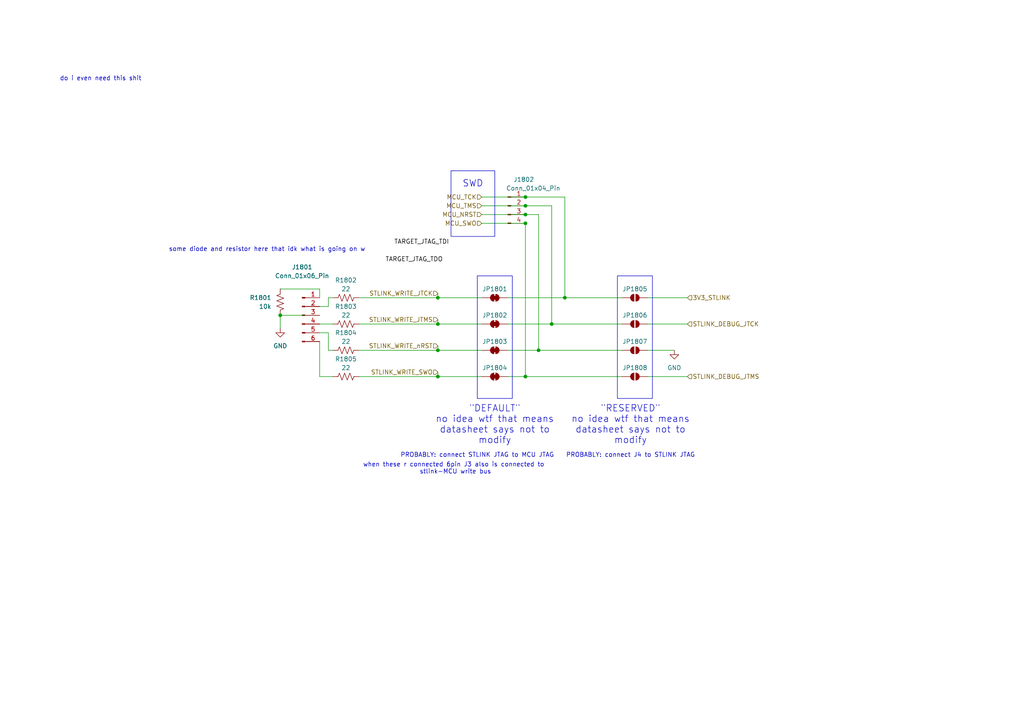
<source format=kicad_sch>
(kicad_sch (version 20250114) (generator "eeschema") (generator_version "9.0")
  (paper "A4")
  (lib_symbols
    (symbol "Connector:Conn_01x04_Pin" (pin_names (offset 1.016) (hide yes))
      (property "Reference" "J" (at 0 5.08 0))
      (property "Value" "Conn_01x04_Pin" (at 0 -7.62 0))
      (symbol "Conn_01x04_Pin_1_1"
        (rectangle (start 0.8636 2.667) (end 0 2.413) (stroke (width 0.1524)) (fill (type outline)))
        (rectangle (start 0.8636 0.127) (end 0 -0.127) (stroke (width 0.1524)) (fill (type outline)))
        (rectangle (start 0.8636 -2.413) (end 0 -2.667) (stroke (width 0.1524)) (fill (type outline)))
        (rectangle (start 0.8636 -4.953) (end 0 -5.207) (stroke (width 0.1524)) (fill (type outline)))
        (polyline (pts (xy 1.27 2.54) (xy 0.8636 2.54)) (stroke (width 0.1524)))
        (polyline (pts (xy 1.27 0) (xy 0.8636 0)) (stroke (width 0.1524)))
        (polyline (pts (xy 1.27 -2.54) (xy 0.8636 -2.54)) (stroke (width 0.1524)))
        (polyline (pts (xy 1.27 -5.08) (xy 0.8636 -5.08)) (stroke (width 0.1524)))
        (pin passive line (at 5.08 2.54 180) (length 3.81) (name "Pin_1") (number "1"))
        (pin passive line (at 5.08 0 180) (length 3.81) (name "Pin_2") (number "2"))
        (pin passive line (at 5.08 -2.54 180) (length 3.81) (name "Pin_3") (number "3"))
        (pin passive line (at 5.08 -5.08 180) (length 3.81) (name "Pin_4") (number "4"))
      )
    )
    (symbol "Connector:Conn_01x06_Pin" (pin_names (offset 1.016) (hide yes))
      (property "Reference" "J" (at 0 7.62 0))
      (property "Value" "Conn_01x06_Pin" (at 0 -10.16 0))
      (symbol "Conn_01x06_Pin_1_1"
        (rectangle (start 0.8636 5.207) (end 0 4.953) (stroke (width 0.1524)) (fill (type outline)))
        (rectangle (start 0.8636 2.667) (end 0 2.413) (stroke (width 0.1524)) (fill (type outline)))
        (rectangle (start 0.8636 0.127) (end 0 -0.127) (stroke (width 0.1524)) (fill (type outline)))
        (rectangle (start 0.8636 -2.413) (end 0 -2.667) (stroke (width 0.1524)) (fill (type outline)))
        (rectangle (start 0.8636 -4.953) (end 0 -5.207) (stroke (width 0.1524)) (fill (type outline)))
        (rectangle (start 0.8636 -7.493) (end 0 -7.747) (stroke (width 0.1524)) (fill (type outline)))
        (polyline (pts (xy 1.27 5.08) (xy 0.8636 5.08)) (stroke (width 0.1524)))
        (polyline (pts (xy 1.27 2.54) (xy 0.8636 2.54)) (stroke (width 0.1524)))
        (polyline (pts (xy 1.27 0) (xy 0.8636 0)) (stroke (width 0.1524)))
        (polyline (pts (xy 1.27 -2.54) (xy 0.8636 -2.54)) (stroke (width 0.1524)))
        (polyline (pts (xy 1.27 -5.08) (xy 0.8636 -5.08)) (stroke (width 0.1524)))
        (polyline (pts (xy 1.27 -7.62) (xy 0.8636 -7.62)) (stroke (width 0.1524)))
        (pin passive line (at 5.08 5.08 180) (length 3.81) (name "Pin_1") (number "1"))
        (pin passive line (at 5.08 2.54 180) (length 3.81) (name "Pin_2") (number "2"))
        (pin passive line (at 5.08 0 180) (length 3.81) (name "Pin_3") (number "3"))
        (pin passive line (at 5.08 -2.54 180) (length 3.81) (name "Pin_4") (number "4"))
        (pin passive line (at 5.08 -5.08 180) (length 3.81) (name "Pin_5") (number "5"))
        (pin passive line (at 5.08 -7.62 180) (length 3.81) (name "Pin_6") (number "6"))
      )
    )
    (symbol "Jumper:SolderJumper_2_Bridged" (pin_numbers (hide yes)) (pin_names (offset 0) (hide yes)) (exclude_from_sim yes) (in_bom no)
      (property "Reference" "JP" (at 0 2.032 0))
      (property "Value" "SolderJumper_2_Bridged" (at 0 -2.54 0))
      (symbol "SolderJumper_2_Bridged_0_1"
        (rectangle (start -0.508 0.508) (end 0.508 -0.508) (fill (type outline)))
        (polyline (pts (xy -0.254 1.016) (xy -0.254 -1.016)))
        (arc (start -0.254 -1.016) (mid -1.2656 0) (end -0.254 1.016))
        (arc (start -0.254 -1.016) (mid -1.2656 0) (end -0.254 1.016) (fill (type outline)))
        (arc (start 0.254 1.016) (mid 1.2656 0) (end 0.254 -1.016))
        (arc (start 0.254 1.016) (mid 1.2656 0) (end 0.254 -1.016) (fill (type outline)))
        (polyline (pts (xy 0.254 1.016) (xy 0.254 -1.016)))
      )
      (symbol "SolderJumper_2_Bridged_1_1"
        (pin passive line (at -3.81 0 0) (length 2.54) (name "A") (number "1"))
        (pin passive line (at 3.81 0 180) (length 2.54) (name "B") (number "2"))
      )
    )
    (symbol "Jumper:SolderJumper_2_Open" (pin_numbers (hide yes)) (pin_names (offset 0) (hide yes)) (exclude_from_sim yes) (in_bom no)
      (property "Reference" "JP" (at 0 2.032 0))
      (property "Value" "SolderJumper_2_Open" (at 0 -2.54 0))
      (symbol "SolderJumper_2_Open_0_1"
        (polyline (pts (xy -0.254 1.016) (xy -0.254 -1.016)))
        (arc (start -0.254 -1.016) (mid -1.2656 0) (end -0.254 1.016))
        (arc (start -0.254 -1.016) (mid -1.2656 0) (end -0.254 1.016) (fill (type outline)))
        (arc (start 0.254 1.016) (mid 1.2656 0) (end 0.254 -1.016))
        (arc (start 0.254 1.016) (mid 1.2656 0) (end 0.254 -1.016) (fill (type outline)))
        (polyline (pts (xy 0.254 1.016) (xy 0.254 -1.016)))
      )
      (symbol "SolderJumper_2_Open_1_1"
        (pin passive line (at -3.81 0 0) (length 2.54) (name "A") (number "1"))
        (pin passive line (at 3.81 0 180) (length 2.54) (name "B") (number "2"))
      )
    )
    (symbol "bfr_resistors:RMCF0402FT10K0" (pin_numbers (hide yes))
      (property "Reference" "R" (at 0 2.54 0))
      (property "Value" "10k" (at 1.27 2.54 0))
      (symbol "RMCF0402FT10K0_0_1"
        (polyline (pts (xy -2.286 0) (xy -2.54 0)))
        (polyline (pts (xy -2.286 0) (xy -1.905 1.016) (xy -1.524 0) (xy -1.143 -1.016) (xy -0.762 0)))
        (polyline (pts (xy -0.762 0) (xy -0.381 1.016) (xy 0 0) (xy 0.381 -1.016) (xy 0.762 0)))
        (polyline (pts (xy 0.762 0) (xy 1.143 1.016) (xy 1.524 0) (xy 1.905 -1.016) (xy 2.286 0)))
        (polyline (pts (xy 2.286 0) (xy 2.54 0)))
      )
      (symbol "RMCF0402FT10K0_1_1"
        (pin passive line (at -3.81 0 0) (length 1.27) (name "~") (number "1"))
        (pin passive line (at 3.81 0 180) (length 1.27) (name "~") (number "2"))
      )
    )
    (symbol "bfr_resistors:RMCF0402FT22R0" (pin_numbers (hide yes))
      (property "Reference" "R" (at 0 2.54 0))
      (property "Value" "22" (at 1.27 2.54 0))
      (symbol "RMCF0402FT22R0_0_1"
        (polyline (pts (xy -2.286 0) (xy -2.54 0)))
        (polyline (pts (xy -2.286 0) (xy -1.905 1.016) (xy -1.524 0) (xy -1.143 -1.016) (xy -0.762 0)))
        (polyline (pts (xy -0.762 0) (xy -0.381 1.016) (xy 0 0) (xy 0.381 -1.016) (xy 0.762 0)))
        (polyline (pts (xy 0.762 0) (xy 1.143 1.016) (xy 1.524 0) (xy 1.905 -1.016) (xy 2.286 0)))
        (polyline (pts (xy 2.286 0) (xy 2.54 0)))
      )
      (symbol "RMCF0402FT22R0_1_1"
        (pin passive line (at -3.81 0 0) (length 1.27) (name "~") (number "1"))
        (pin passive line (at 3.81 0 180) (length 1.27) (name "~") (number "2"))
      )
    )
    (symbol "power:GND" (power) (pin_numbers (hide yes)) (pin_names (offset 0) (hide yes))
      (property "Value" "GND" (at 0 -3.81 0))
      (symbol "GND_0_1"
        (polyline (pts (xy 0 0) (xy 0 -1.27) (xy 1.27 -1.27) (xy 0 -2.54) (xy -1.27 -1.27) (xy 0 -1.27)))
      )
      (symbol "GND_1_1"
        (pin power_in line (at 0 0 270) (length 0) (name "~") (number "1"))
      )
    )
  )
  (rectangle (start 138.43 80.01) (end 148.59 115.57))
  (rectangle (start 130.81 49.53) (end 143.51 68.58))
  (rectangle (start 179.07 80.01) (end 189.23 115.57))
  (text "PROBABLY: connect J4 to STLINK JTAG" (at 182.88 132.08 0) (effects (font (size 1.27 1.27))))
  (text "some diode and resistor here that idk what is going on w" (at 77.47 72.39 0) (effects (font (size 1.27 1.27))))
  (text "\"DEFAULT\"\nno idea wtf that means\ndatasheet says not to\nmodify" (at 143.51 123.19 0) (effects (font (size 1.905 1.905))))
  (text "do i even need this shit" (at 29.21 22.86 0) (effects (font (size 1.27 1.27))))
  (text "PROBABLY: connect STLINK JTAG to MCU JTAG" (at 138.43 132.08 0) (effects (font (size 1.27 1.27))))
  (text "\"RESERVED\"\nno idea wtf that means\ndatasheet says not to\nmodify" (at 182.88 123.19 0) (effects (font (size 1.905 1.905))))
  (text "SWD" (at 137.16 53.34 0) (effects (font (size 1.905 1.905))))
  (text "when these r connected 6pin J3 also is connected to \nstlink-MCU write bus" (at 132.08 135.89 0) (effects (font (size 1.27 1.27))))
  (junction (at 127 93.98))
  (junction (at 156.21 101.6))
  (junction (at 152.4 57.15))
  (junction (at 152.4 109.22))
  (junction (at 152.4 59.69))
  (junction (at 127 101.6))
  (junction (at 152.4 64.77))
  (junction (at 127 109.22))
  (junction (at 127 86.36))
  (junction (at 152.4 62.23))
  (junction (at 160.02 93.98))
  (junction (at 163.83 86.36))
  (junction (at 81.28 91.44))
  (wire (pts (xy 160.02 93.98) (xy 180.34 93.98)))
  (wire (pts (xy 127 109.22) (xy 139.7 109.22)))
  (wire (pts (xy 147.32 93.98) (xy 160.02 93.98)))
  (wire (pts (xy 180.34 86.36) (xy 163.83 86.36)))
  (wire (pts (xy 163.83 57.15) (xy 163.83 86.36)))
  (wire (pts (xy 127 100.33) (xy 127 101.6)))
  (wire (pts (xy 139.7 57.15) (xy 152.4 57.15)))
  (wire (pts (xy 127 101.6) (xy 139.7 101.6)))
  (wire (pts (xy 152.4 64.77) (xy 152.4 109.22)))
  (wire (pts (xy 139.7 62.23) (xy 152.4 62.23)))
  (wire (pts (xy 127 107.95) (xy 127 109.22)))
  (wire (pts (xy 127 86.36) (xy 139.7 86.36)))
  (wire (pts (xy 95.25 101.6) (xy 95.25 96.52)))
  (wire (pts (xy 160.02 93.98) (xy 160.02 59.69)))
  (wire (pts (xy 156.21 101.6) (xy 147.32 101.6)))
  (wire (pts (xy 95.25 96.52) (xy 92.71 96.52)))
  (wire (pts (xy 152.4 62.23) (xy 156.21 62.23)))
  (wire (pts (xy 156.21 62.23) (xy 156.21 101.6)))
  (wire (pts (xy 187.96 86.36) (xy 199.39 86.36)))
  (wire (pts (xy 127 85.09) (xy 127 86.36)))
  (wire (pts (xy 127 93.98) (xy 139.7 93.98)))
  (wire (pts (xy 81.28 83.82) (xy 92.71 83.82)))
  (wire (pts (xy 96.52 93.98) (xy 92.71 93.98)))
  (wire (pts (xy 104.14 86.36) (xy 127 86.36)))
  (wire (pts (xy 147.32 109.22) (xy 152.4 109.22)))
  (wire (pts (xy 81.28 91.44) (xy 92.71 91.44)))
  (wire (pts (xy 127 92.71) (xy 127 93.98)))
  (wire (pts (xy 187.96 109.22) (xy 199.39 109.22)))
  (wire (pts (xy 96.52 86.36) (xy 95.25 86.36)))
  (wire (pts (xy 160.02 59.69) (xy 152.4 59.69)))
  (wire (pts (xy 163.83 86.36) (xy 147.32 86.36)))
  (wire (pts (xy 104.14 101.6) (xy 127 101.6)))
  (wire (pts (xy 96.52 109.22) (xy 92.71 109.22)))
  (wire (pts (xy 92.71 109.22) (xy 92.71 99.06)))
  (wire (pts (xy 180.34 109.22) (xy 152.4 109.22)))
  (wire (pts (xy 81.28 95.25) (xy 81.28 91.44)))
  (wire (pts (xy 92.71 83.82) (xy 92.71 86.36)))
  (wire (pts (xy 195.58 101.6) (xy 187.96 101.6)))
  (wire (pts (xy 152.4 57.15) (xy 163.83 57.15)))
  (wire (pts (xy 139.7 64.77) (xy 152.4 64.77)))
  (wire (pts (xy 104.14 109.22) (xy 127 109.22)))
  (wire (pts (xy 95.25 88.9) (xy 92.71 88.9)))
  (wire (pts (xy 187.96 93.98) (xy 199.39 93.98)))
  (wire (pts (xy 152.4 59.69) (xy 139.7 59.69)))
  (wire (pts (xy 95.25 86.36) (xy 95.25 88.9)))
  (wire (pts (xy 156.21 101.6) (xy 180.34 101.6)))
  (wire (pts (xy 104.14 93.98) (xy 127 93.98)))
  (wire (pts (xy 95.25 101.6) (xy 96.52 101.6)))
  (label "TARGET_JTAG_TDI" (at 114.3 71.12 0))
  (label "TARGET_JTAG_TDO" (at 111.76 76.2 0))
  (hierarchical_label "STLINK_WRITE_JTCK" (shape input) (at 127 85.09 180))
  (hierarchical_label "STLINK_WRITE_SWO" (shape input) (at 127 107.95 180))
  (hierarchical_label "MCU_SWO" (shape input) (at 139.7 64.77 180))
  (hierarchical_label "STLINK_DEBUG_JTMS" (shape input) (at 199.39 109.22 0))
  (hierarchical_label "MCU_TMS" (shape input) (at 139.7 59.69 180))
  (hierarchical_label "STLINK_WRITE_JTMS" (shape input) (at 127 92.71 180))
  (hierarchical_label "MCU_NRST" (shape input) (at 139.7 62.23 180))
  (hierarchical_label "STLINK_DEBUG_JTCK" (shape input) (at 199.39 93.98 0))
  (hierarchical_label "3V3_STLINK" (shape input) (at 199.39 86.36 0))
  (hierarchical_label "MCU_TCK" (shape input) (at 139.7 57.15 180))
  (hierarchical_label "STLINK_WRITE_nRST" (shape input) (at 127 100.33 180))
  (symbol (lib_id "Jumper:SolderJumper_2_Bridged") (at 143.51 93.98 0) (unit 1) (exclude_from_sim yes) (in_bom no)
    (property "Reference" "JP1802" (at 143.51 91.44 0))
    (property "Value" "SolderJumper_2_Bridged" (effects (hide yes)))
    (property "Footprint" "Jumper:SolderJumper-2_P1.3mm_Bridged_Pad1.0x1.5mm" (effects (hide yes)))
    (property "Description" "Solder Jumper, 2-pole, closed/bridged" (effects (hide yes)))
    (instances (project "DU UC V1 - Minnow" (path "" (reference "JP1802") (unit 1))) (project "STM32F446 breakout V1 - Garibaldi" (path "" (reference "JP8") (unit 1))))
  )
  (symbol (lib_id "Jumper:SolderJumper_2_Bridged") (at 143.51 101.6 0) (unit 1) (exclude_from_sim yes) (in_bom no)
    (property "Reference" "JP1803" (at 143.51 99.06 0))
    (property "Value" "SolderJumper_2_Bridged" (effects (hide yes)))
    (property "Footprint" "Jumper:SolderJumper-2_P1.3mm_Bridged_Pad1.0x1.5mm" (effects (hide yes)))
    (property "Description" "Solder Jumper, 2-pole, closed/bridged" (effects (hide yes)))
    (instances (project "DU UC V1 - Minnow" (path "" (reference "JP1803") (unit 1))) (project "STM32F446 breakout V1 - Garibaldi" (path "" (reference "JP9") (unit 1))))
  )
  (symbol (lib_id "power:GND") (at 195.58 101.6 0) (mirror y) (unit 1)
    (property "Reference" "#PWR01802" (effects (hide yes)))
    (property "Value" "GND" (at 195.58 106.68 0))
    (property "Description" "Power symbol creates a global label with name \"GND\" , ground" (effects (hide yes)))
    (instances (project "DU UC V1 - Minnow" (path "" (reference "#PWR01802") (unit 1))) (project "STM32F446 breakout V1 - Garibaldi" (path "" (reference "#PWR045") (unit 1))))
  )
  (symbol (lib_id "Jumper:SolderJumper_2_Open") (at 184.15 93.98 0) (unit 1) (exclude_from_sim yes) (in_bom no)
    (property "Reference" "JP1806" (at 184.15 91.44 0))
    (property "Value" "SolderJumper_2_Open" (effects (hide yes)))
    (property "Footprint" "Jumper:SolderJumper-2_P1.3mm_Open_Pad1.0x1.5mm" (effects (hide yes)))
    (property "Description" "Solder Jumper, 2-pole, open" (effects (hide yes)))
    (instances (project "DU UC V1 - Minnow" (path "" (reference "JP1806") (unit 1))) (project "STM32F446 breakout V1 - Garibaldi" (path "" (reference "JP12") (unit 1))))
  )
  (symbol (lib_id "Jumper:SolderJumper_2_Open") (at 184.15 101.6 0) (unit 1) (exclude_from_sim yes) (in_bom no)
    (property "Reference" "JP1807" (at 184.15 99.06 0))
    (property "Value" "SolderJumper_2_Open" (effects (hide yes)))
    (property "Footprint" "Jumper:SolderJumper-2_P1.3mm_Open_Pad1.0x1.5mm" (effects (hide yes)))
    (property "Description" "Solder Jumper, 2-pole, open" (effects (hide yes)))
    (instances (project "DU UC V1 - Minnow" (path "" (reference "JP1807") (unit 1))) (project "STM32F446 breakout V1 - Garibaldi" (path "" (reference "JP13") (unit 1))))
  )
  (symbol (lib_id "Jumper:SolderJumper_2_Open") (at 184.15 109.22 0) (unit 1) (exclude_from_sim yes) (in_bom no)
    (property "Reference" "JP1808" (at 184.15 106.68 0))
    (property "Value" "SolderJumper_2_Open" (effects (hide yes)))
    (property "Footprint" "Jumper:SolderJumper-2_P1.3mm_Open_Pad1.0x1.5mm" (effects (hide yes)))
    (property "Description" "Solder Jumper, 2-pole, open" (effects (hide yes)))
    (instances (project "DU UC V1 - Minnow" (path "" (reference "JP1808") (unit 1))) (project "STM32F446 breakout V1 - Garibaldi" (path "" (reference "JP14") (unit 1))))
  )
  (symbol (lib_id "Jumper:SolderJumper_2_Bridged") (at 143.51 109.22 0) (unit 1) (exclude_from_sim yes) (in_bom no)
    (property "Reference" "JP1804" (at 143.51 106.68 0))
    (property "Value" "SolderJumper_2_Bridged" (effects (hide yes)))
    (property "Footprint" "Jumper:SolderJumper-2_P1.3mm_Bridged_Pad1.0x1.5mm" (effects (hide yes)))
    (property "Description" "Solder Jumper, 2-pole, closed/bridged" (effects (hide yes)))
    (instances (project "DU UC V1 - Minnow" (path "" (reference "JP1804") (unit 1))) (project "STM32F446 breakout V1 - Garibaldi" (path "" (reference "JP10") (unit 1))))
  )
  (symbol (lib_id "bfr_resistors:RMCF0402FT22R0") (at 100.33 86.36 0) (unit 1)
    (property "Reference" "R1802" (at 100.33 81.28 0))
    (property "Value" "22" (at 100.33 83.82 0))
    (property "Footprint" "Resistor_SMD:R_0402_1005Metric_Pad0.72x0.64mm_HandSolder" (effects (hide yes)))
    (property "Datasheet" "https://www.seielect.com/catalog/sei-rmcf_rmcp.pdf" (effects (hide yes)))
    (property "Description" "22Ω 0402 JLCPCB Basic Resistor" (effects (hide yes)))
    (property "Sim.Device" "SUBCKT" (effects (hide yes)))
    (property "Sim.Pins" "1=P1 2=P2" (effects (hide yes)))
    (property "Sim.Library" "${BFRUH_DIR}/Electronics/spice_models/bfr_resistors/RMCF0402FT22R0.lib" (effects (hide yes)))
    (property "Sim.Name" "RMCF0402FT22R0" (effects (hide yes)))
    (property "Pretty Name" "22Ω 0402 Resistor" (effects (hide yes)))
    (property "Order From" "LCSC" (effects (hide yes)))
    (property "Digikey P/N" "RMCF0402FT22R0CT-ND" (effects (hide yes)))
    (property "Mouser P/N" "708-RMCF0402FT22R0" (effects (hide yes)))
    (property "LCSC P/N" "C25092" (effects (hide yes)))
    (property "JLCPCB Basic Part" "Yes" (effects (hide yes)))
    (property "Created by" "resistor_generator.py script using jlcbasic_0402_1206_resistor_spec.txt" (effects (hide yes)))
    (instances (project "DU UC V1 - Minnow" (path "" (reference "R1802") (unit 1))) (project "STM32F446 breakout V1 - Garibaldi" (path "" (reference "R19") (unit 1))))
  )
  (symbol (lib_id "bfr_resistors:RMCF0402FT10K0") (at 81.28 87.63 270) (mirror x) (unit 1)
    (property "Reference" "R1801" (at 78.74 86.3599 90) (effects (justify right)))
    (property "Value" "10k" (at 78.74 88.8999 90) (effects (justify right)))
    (property "Footprint" "Resistor_SMD:R_0402_1005Metric_Pad0.72x0.64mm_HandSolder" (effects (hide yes)))
    (property "Datasheet" "https://www.seielect.com/catalog/sei-rmcf_rmcp.pdf" (effects (hide yes)))
    (property "Description" "10kΩ 0402 JLCPCB Basic Resistor" (effects (hide yes)))
    (property "Sim.Device" "SUBCKT" (effects (hide yes)))
    (property "Sim.Pins" "1=P1 2=P2" (effects (hide yes)))
    (property "Sim.Library" "${BFRUH_DIR}/Electronics/spice_models/bfr_resistors/RMCF0402FT10K0.lib" (effects (hide yes)))
    (property "Sim.Name" "RMCF0402FT10K0" (effects (hide yes)))
    (property "Pretty Name" "10kΩ 0402 Resistor" (effects (hide yes)))
    (property "Order From" "LCSC" (effects (hide yes)))
    (property "Digikey P/N" "RMCF0402FT10K0CT-ND" (effects (hide yes)))
    (property "Mouser P/N" "708-RMCF0402FT10K0" (effects (hide yes)))
    (property "LCSC P/N" "C25744" (effects (hide yes)))
    (property "JLCPCB Basic Part" "Yes" (effects (hide yes)))
    (property "Created by" "resistor_generator.py script using jlcbasic_0402_1206_resistor_spec.txt" (effects (hide yes)))
    (instances (project "DU UC V1 - Minnow" (path "" (reference "R1801") (unit 1))) (project "STM32F446 breakout V1 - Garibaldi" (path "" (reference "R18") (unit 1))))
  )
  (symbol (lib_id "bfr_resistors:RMCF0402FT22R0") (at 100.33 93.98 0) (unit 1)
    (property "Reference" "R1803" (at 100.33 88.9 0))
    (property "Value" "22" (at 100.33 91.44 0))
    (property "Footprint" "Resistor_SMD:R_0402_1005Metric_Pad0.72x0.64mm_HandSolder" (effects (hide yes)))
    (property "Datasheet" "https://www.seielect.com/catalog/sei-rmcf_rmcp.pdf" (effects (hide yes)))
    (property "Description" "22Ω 0402 JLCPCB Basic Resistor" (effects (hide yes)))
    (property "Sim.Device" "SUBCKT" (effects (hide yes)))
    (property "Sim.Pins" "1=P1 2=P2" (effects (hide yes)))
    (property "Sim.Library" "${BFRUH_DIR}/Electronics/spice_models/bfr_resistors/RMCF0402FT22R0.lib" (effects (hide yes)))
    (property "Sim.Name" "RMCF0402FT22R0" (effects (hide yes)))
    (property "Pretty Name" "22Ω 0402 Resistor" (effects (hide yes)))
    (property "Order From" "LCSC" (effects (hide yes)))
    (property "Digikey P/N" "RMCF0402FT22R0CT-ND" (effects (hide yes)))
    (property "Mouser P/N" "708-RMCF0402FT22R0" (effects (hide yes)))
    (property "LCSC P/N" "C25092" (effects (hide yes)))
    (property "JLCPCB Basic Part" "Yes" (effects (hide yes)))
    (property "Created by" "resistor_generator.py script using jlcbasic_0402_1206_resistor_spec.txt" (effects (hide yes)))
    (instances (project "DU UC V1 - Minnow" (path "" (reference "R1803") (unit 1))) (project "STM32F446 breakout V1 - Garibaldi" (path "" (reference "R20") (unit 1))))
  )
  (symbol (lib_id "power:GND") (at 81.28 95.25 0) (mirror y) (unit 1)
    (property "Reference" "#PWR01801" (effects (hide yes)))
    (property "Value" "GND" (at 81.28 100.33 0))
    (property "Description" "Power symbol creates a global label with name \"GND\" , ground" (effects (hide yes)))
    (instances (project "DU UC V1 - Minnow" (path "" (reference "#PWR01801") (unit 1))) (project "STM32F446 breakout V1 - Garibaldi" (path "" (reference "#PWR044") (unit 1))))
  )
  (symbol (lib_id "Connector:Conn_01x04_Pin") (at 147.32 59.69 0) (unit 1)
    (property "Reference" "J1802" (at 154.94 52.07 0) (effects (justify right)))
    (property "Value" "Conn_01x04_Pin" (at 162.56 54.61 0) (effects (justify right)))
    (property "Footprint" "Connector_PinHeader_2.54mm:PinHeader_1x04_P2.54mm_Vertical" (effects (hide yes)))
    (property "Description" "Generic connector, single row, 01x04, script generated" (effects (hide yes)))
    (instances (project "DU UC V1 - Minnow" (path "" (reference "J1802") (unit 1))) (project "STM32F446 breakout V1 - Garibaldi" (path "" (reference "J4") (unit 1))))
  )
  (symbol (lib_id "Connector:Conn_01x06_Pin") (at 87.63 91.44 0) (unit 1)
    (property "Reference" "J1801" (at 87.63 77.47 0))
    (property "Value" "Conn_01x06_Pin" (at 87.63 80.01 0))
    (property "Footprint" "Connector_PinHeader_2.54mm:PinHeader_1x06_P2.54mm_Vertical" (effects (hide yes)))
    (property "Description" "Generic connector, single row, 01x06, script generated" (effects (hide yes)))
    (instances (project "DU UC V1 - Minnow" (path "" (reference "J1801") (unit 1))) (project "STM32F446 breakout V1 - Garibaldi" (path "" (reference "J3") (unit 1))))
  )
  (symbol (lib_id "bfr_resistors:RMCF0402FT22R0") (at 100.33 109.22 0) (unit 1)
    (property "Reference" "R1805" (at 100.33 104.14 0))
    (property "Value" "22" (at 100.33 106.68 0))
    (property "Footprint" "Resistor_SMD:R_0402_1005Metric_Pad0.72x0.64mm_HandSolder" (effects (hide yes)))
    (property "Datasheet" "https://www.seielect.com/catalog/sei-rmcf_rmcp.pdf" (effects (hide yes)))
    (property "Description" "22Ω 0402 JLCPCB Basic Resistor" (effects (hide yes)))
    (property "Sim.Device" "SUBCKT" (effects (hide yes)))
    (property "Sim.Pins" "1=P1 2=P2" (effects (hide yes)))
    (property "Sim.Library" "${BFRUH_DIR}/Electronics/spice_models/bfr_resistors/RMCF0402FT22R0.lib" (effects (hide yes)))
    (property "Sim.Name" "RMCF0402FT22R0" (effects (hide yes)))
    (property "Pretty Name" "22Ω 0402 Resistor" (effects (hide yes)))
    (property "Order From" "LCSC" (effects (hide yes)))
    (property "Digikey P/N" "RMCF0402FT22R0CT-ND" (effects (hide yes)))
    (property "Mouser P/N" "708-RMCF0402FT22R0" (effects (hide yes)))
    (property "LCSC P/N" "C25092" (effects (hide yes)))
    (property "JLCPCB Basic Part" "Yes" (effects (hide yes)))
    (property "Created by" "resistor_generator.py script using jlcbasic_0402_1206_resistor_spec.txt" (effects (hide yes)))
    (instances (project "DU UC V1 - Minnow" (path "" (reference "R1805") (unit 1))) (project "STM32F446 breakout V1 - Garibaldi" (path "" (reference "R22") (unit 1))))
  )
  (symbol (lib_id "Jumper:SolderJumper_2_Bridged") (at 143.51 86.36 0) (unit 1) (exclude_from_sim yes) (in_bom no)
    (property "Reference" "JP1801" (at 143.51 83.82 0))
    (property "Value" "SolderJumper_2_Bridged" (effects (hide yes)))
    (property "Footprint" "Jumper:SolderJumper-2_P1.3mm_Bridged_Pad1.0x1.5mm" (effects (hide yes)))
    (property "Description" "Solder Jumper, 2-pole, closed/bridged" (effects (hide yes)))
    (instances (project "DU UC V1 - Minnow" (path "" (reference "JP1801") (unit 1))) (project "STM32F446 breakout V1 - Garibaldi" (path "" (reference "JP7") (unit 1))))
  )
  (symbol (lib_id "Jumper:SolderJumper_2_Open") (at 184.15 86.36 0) (unit 1) (exclude_from_sim yes) (in_bom no)
    (property "Reference" "JP1805" (at 184.15 83.82 0))
    (property "Value" "SolderJumper_2_Open" (effects (hide yes)))
    (property "Footprint" "Jumper:SolderJumper-2_P1.3mm_Open_Pad1.0x1.5mm" (effects (hide yes)))
    (property "Description" "Solder Jumper, 2-pole, open" (effects (hide yes)))
    (instances (project "DU UC V1 - Minnow" (path "" (reference "JP1805") (unit 1))) (project "STM32F446 breakout V1 - Garibaldi" (path "" (reference "JP11") (unit 1))))
  )
  (symbol (lib_id "bfr_resistors:RMCF0402FT22R0") (at 100.33 101.6 0) (unit 1)
    (property "Reference" "R1804" (at 100.33 96.52 0))
    (property "Value" "22" (at 100.33 99.06 0))
    (property "Footprint" "Resistor_SMD:R_0402_1005Metric_Pad0.72x0.64mm_HandSolder" (effects (hide yes)))
    (property "Datasheet" "https://www.seielect.com/catalog/sei-rmcf_rmcp.pdf" (effects (hide yes)))
    (property "Description" "22Ω 0402 JLCPCB Basic Resistor" (effects (hide yes)))
    (property "Sim.Device" "SUBCKT" (effects (hide yes)))
    (property "Sim.Pins" "1=P1 2=P2" (effects (hide yes)))
    (property "Sim.Library" "${BFRUH_DIR}/Electronics/spice_models/bfr_resistors/RMCF0402FT22R0.lib" (effects (hide yes)))
    (property "Sim.Name" "RMCF0402FT22R0" (effects (hide yes)))
    (property "Pretty Name" "22Ω 0402 Resistor" (effects (hide yes)))
    (property "Order From" "LCSC" (effects (hide yes)))
    (property "Digikey P/N" "RMCF0402FT22R0CT-ND" (effects (hide yes)))
    (property "Mouser P/N" "708-RMCF0402FT22R0" (effects (hide yes)))
    (property "LCSC P/N" "C25092" (effects (hide yes)))
    (property "JLCPCB Basic Part" "Yes" (effects (hide yes)))
    (property "Created by" "resistor_generator.py script using jlcbasic_0402_1206_resistor_spec.txt" (effects (hide yes)))
    (instances (project "DU UC V1 - Minnow" (path "" (reference "R1804") (unit 1))) (project "STM32F446 breakout V1 - Garibaldi" (path "" (reference "R21") (unit 1))))
  )
)
</source>
